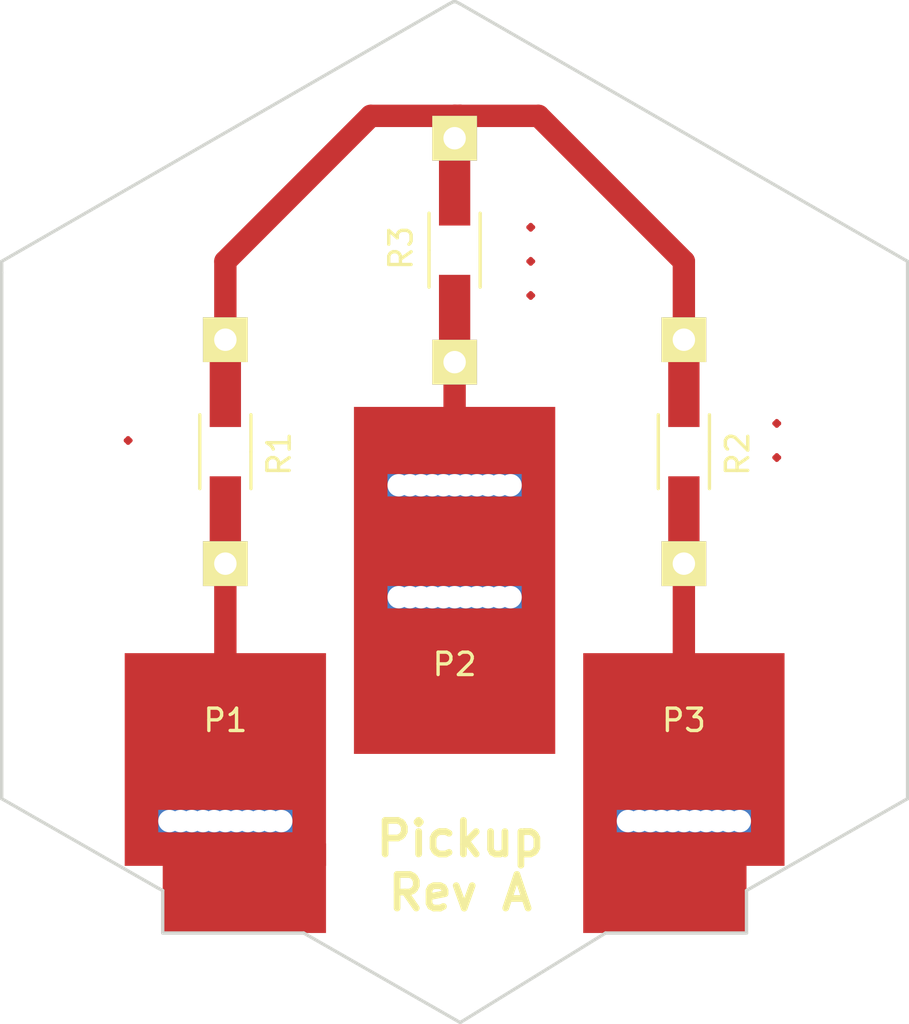
<source format=kicad_pcb>
(kicad_pcb (version 4) (host pcbnew 4.0.1-stable)

  (general
    (links 22)
    (no_connects 5)
    (area 87.424999 60.324999 128.075001 106.075001)
    (thickness 1.6)
    (drawings 22)
    (tracks 11)
    (zones 0)
    (modules 6)
    (nets 5)
  )

  (page A4)
  (title_block
    (title Pickup)
    (date 2016-12-13)
    (rev A)
    (company "Moonbeam Interactive")
    (comment 1 "Diego Alvarez")
    (comment 2 "Matthew Swarts")
  )

  (layers
    (0 F.Cu signal)
    (31 B.Cu signal)
    (32 B.Adhes user)
    (33 F.Adhes user)
    (34 B.Paste user)
    (35 F.Paste user)
    (36 B.SilkS user)
    (37 F.SilkS user)
    (38 B.Mask user)
    (39 F.Mask user)
    (40 Dwgs.User user)
    (41 Cmts.User user)
    (42 Eco1.User user)
    (43 Eco2.User user)
    (44 Edge.Cuts user)
    (45 Margin user)
    (46 B.CrtYd user)
    (47 F.CrtYd user)
    (48 B.Fab user)
    (49 F.Fab user)
  )

  (setup
    (last_trace_width 1)
    (trace_clearance 0.8)
    (zone_clearance 0.508)
    (zone_45_only yes)
    (trace_min 0.2)
    (segment_width 0.2)
    (edge_width 0.15)
    (via_size 0.6)
    (via_drill 0.4)
    (via_min_size 0.4)
    (via_min_drill 0.3)
    (uvia_size 0.3)
    (uvia_drill 0.1)
    (uvias_allowed no)
    (uvia_min_size 0.2)
    (uvia_min_drill 0.1)
    (pcb_text_width 0.3)
    (pcb_text_size 1.5 1.5)
    (mod_edge_width 0.15)
    (mod_text_size 1 1)
    (mod_text_width 0.15)
    (pad_size 6 1)
    (pad_drill 0)
    (pad_to_mask_clearance 0.2)
    (aux_axis_origin 0 0)
    (visible_elements 7FFFFFFF)
    (pcbplotparams
      (layerselection 0x01000_00000001)
      (usegerberextensions false)
      (excludeedgelayer true)
      (linewidth 0.100000)
      (plotframeref false)
      (viasonmask false)
      (mode 1)
      (useauxorigin false)
      (hpglpennumber 1)
      (hpglpenspeed 20)
      (hpglpendiameter 15)
      (hpglpenoverlay 2)
      (psnegative false)
      (psa4output false)
      (plotreference true)
      (plotvalue true)
      (plotinvisibletext false)
      (padsonsilk false)
      (subtractmaskfromsilk false)
      (outputformat 1)
      (mirror false)
      (drillshape 0)
      (scaleselection 1)
      (outputdirectory gerbers/))
  )

  (net 0 "")
  (net 1 "Net-(R1-Pad1)")
  (net 2 "Net-(P1-Pad1)")
  (net 3 "Net-(P2-Pad1)")
  (net 4 "Net-(P3-Pad1)")

  (net_class Default "This is the default net class."
    (clearance 0.8)
    (trace_width 1)
    (via_dia 0.6)
    (via_drill 0.4)
    (uvia_dia 0.3)
    (uvia_drill 0.1)
    (add_net "Net-(P1-Pad1)")
    (add_net "Net-(P2-Pad1)")
    (add_net "Net-(P3-Pad1)")
    (add_net "Net-(R1-Pad1)")
  )

  (net_class Pickup ""
    (clearance 0.8)
    (trace_width 1)
    (via_dia 0.6)
    (via_drill 0.4)
    (uvia_dia 0.3)
    (uvia_drill 0.1)
  )

  (module pickup_contact (layer F.Cu) (tedit 584978A9) (tstamp 584705A2)
    (at 107.75 87 180)
    (descr "Mesurement Point, Square, SMD Pad,  3mm x 3mm,")
    (tags "Mesurement Point Square SMD Pad 3x3mm")
    (path /5846F4B8)
    (attr virtual)
    (fp_text reference P2 (at 0 -3 180) (layer F.SilkS)
      (effects (font (size 1 1) (thickness 0.15)))
    )
    (fp_text value OUT (at 0 3 180) (layer F.Fab)
      (effects (font (size 1 1) (thickness 0.15)))
    )
    (fp_line (start -1.75 -1.75) (end 1.75 -1.75) (layer F.CrtYd) (width 0.05))
    (fp_line (start 1.75 -1.75) (end 1.75 1.75) (layer F.CrtYd) (width 0.05))
    (fp_line (start 1.75 1.75) (end -1.75 1.75) (layer F.CrtYd) (width 0.05))
    (fp_line (start -1.75 1.75) (end -1.75 -1.75) (layer F.CrtYd) (width 0.05))
    (pad "" thru_hole rect (at -2.5 5 180) (size 1 1) (drill 1) (layers *.Cu *.Mask))
    (pad "" thru_hole rect (at -2 5 180) (size 1 1) (drill 1) (layers *.Cu *.Mask))
    (pad "" thru_hole rect (at -1.5 5 180) (size 1 1) (drill 1) (layers *.Cu *.Mask))
    (pad "" thru_hole rect (at -1 5 180) (size 1 1) (drill 1) (layers *.Cu *.Mask))
    (pad "" thru_hole rect (at -0.5 5 180) (size 1 1) (drill 1) (layers *.Cu *.Mask))
    (pad "" thru_hole rect (at 0 5 180) (size 1 1) (drill 1) (layers *.Cu *.Mask))
    (pad "" thru_hole rect (at 0.5 5 180) (size 1 1) (drill 1) (layers *.Cu *.Mask))
    (pad "" thru_hole rect (at 1 5 180) (size 1 1) (drill 1) (layers *.Cu *.Mask))
    (pad "" thru_hole rect (at 1.5 5 180) (size 1 1) (drill 1) (layers *.Cu *.Mask))
    (pad "" thru_hole rect (at 2 5 180) (size 1 1) (drill 1) (layers *.Cu *.Mask))
    (pad "" thru_hole rect (at 2.5 5 180) (size 1 1) (drill 1) (layers *.Cu *.Mask))
    (pad "" thru_hole rect (at 2 0 180) (size 1 1) (drill 1) (layers *.Cu *.Mask))
    (pad "" thru_hole rect (at 1 0 180) (size 1 1) (drill 1) (layers *.Cu *.Mask))
    (pad "" thru_hole rect (at 0 0 180) (size 1 1) (drill 1) (layers *.Cu *.Mask))
    (pad "" thru_hole rect (at -1 0 180) (size 1 1) (drill 1) (layers *.Cu *.Mask))
    (pad "" thru_hole rect (at -2 0 180) (size 1 1) (drill 1) (layers *.Cu *.Mask))
    (pad "" thru_hole rect (at 2.5 0 180) (size 1 1) (drill 1) (layers *.Cu *.Mask))
    (pad "" thru_hole rect (at 1.5 0 180) (size 1 1) (drill 1) (layers *.Cu *.Mask))
    (pad "" thru_hole rect (at 0.5 0 180) (size 1 1) (drill 1) (layers *.Cu *.Mask))
    (pad "" thru_hole rect (at -0.5 0 180) (size 1 1) (drill 1) (layers *.Cu *.Mask))
    (pad "" thru_hole rect (at -1.5 0 180) (size 1 1) (drill 1) (layers *.Cu *.Mask))
    (pad 1 smd rect (at 0 7.25 180) (size 9 15.5) (drill (offset 0 -6.5)) (layers F.Cu F.Paste F.Mask)
      (net 3 "Net-(P2-Pad1)"))
    (pad "" thru_hole rect (at -2.5 0 180) (size 1 1) (drill 1) (layers *.Cu *.Mask))
  )

  (module pickup_contact_bottom_left (layer F.Cu) (tedit 584975B7) (tstamp 58470598)
    (at 97.5 95.5)
    (descr "Mesurement Point, Square, SMD Pad,  3mm x 3mm,")
    (tags "Mesurement Point Square SMD Pad 3x3mm")
    (path /5846F654)
    (attr smd)
    (fp_text reference P1 (at 0 -3) (layer F.SilkS)
      (effects (font (size 1 1) (thickness 0.15)))
    )
    (fp_text value VCC (at 0 2) (layer F.Fab)
      (effects (font (size 1 1) (thickness 0.15)))
    )
    (fp_line (start -1.75 -1.75) (end 1.75 -1.75) (layer F.CrtYd) (width 0.05))
    (fp_line (start 1.75 -1.75) (end 1.75 1.75) (layer F.CrtYd) (width 0.05))
    (fp_line (start 1.75 1.75) (end -1.75 1.75) (layer F.CrtYd) (width 0.05))
    (fp_line (start -1.75 1.75) (end -1.75 -1.75) (layer F.CrtYd) (width 0.05))
    (pad "" thru_hole rect (at 2.5 1.5) (size 1 1) (drill 1) (layers *.Cu *.Mask))
    (pad "" thru_hole rect (at 2 1.5) (size 1 1) (drill 1) (layers *.Cu *.Mask))
    (pad "" thru_hole rect (at 1.5 1.5) (size 1 1) (drill 1) (layers *.Cu *.Mask))
    (pad "" thru_hole rect (at 1 1.5) (size 1 1) (drill 1) (layers *.Cu *.Mask))
    (pad "" thru_hole rect (at 0.5 1.5) (size 1 1) (drill 1) (layers *.Cu *.Mask))
    (pad "" thru_hole rect (at 0 1.5) (size 1 1) (drill 1) (layers *.Cu *.Mask))
    (pad "" thru_hole rect (at -0.5 1.5) (size 1 1) (drill 1) (layers *.Cu *.Mask))
    (pad "" thru_hole rect (at -1 1.5) (size 1 1) (drill 1) (layers *.Cu *.Mask))
    (pad "" thru_hole rect (at -1.5 1.5) (size 1 1) (drill 1) (layers *.Cu *.Mask))
    (pad "" thru_hole rect (at -2 1.5) (size 1 1) (drill 1) (layers *.Cu *.Mask))
    (pad "" smd rect (at 0.85 4.5) (size 7.3 4) (layers F.Cu F.Paste F.Mask))
    (pad 1 smd rect (at 0 -4.25) (size 9 9.5) (drill (offset 0 3)) (layers F.Cu F.Paste F.Mask)
      (net 2 "Net-(P1-Pad1)"))
    (pad "" thru_hole rect (at -2.5 1.5) (size 1 1) (drill 1) (layers *.Cu *.Mask))
  )

  (module pickup_contact_bottom_right (layer F.Cu) (tedit 58497314) (tstamp 584705AD)
    (at 118 95.5)
    (descr "Mesurement Point, Square, SMD Pad,  3mm x 3mm,")
    (tags "Mesurement Point Square SMD Pad 3x3mm")
    (path /5846F621)
    (attr smd)
    (fp_text reference P3 (at 0 -3) (layer F.SilkS)
      (effects (font (size 1 1) (thickness 0.15)))
    )
    (fp_text value GND (at 0 2) (layer F.Fab)
      (effects (font (size 1 1) (thickness 0.15)))
    )
    (fp_line (start -1.75 -1.75) (end 1.75 -1.75) (layer F.CrtYd) (width 0.05))
    (fp_line (start 1.75 -1.75) (end 1.75 1.75) (layer F.CrtYd) (width 0.05))
    (fp_line (start 1.75 1.75) (end -1.75 1.75) (layer F.CrtYd) (width 0.05))
    (fp_line (start -1.75 1.75) (end -1.75 -1.75) (layer F.CrtYd) (width 0.05))
    (pad 1 thru_hole rect (at 2.5 1.5) (size 1 1) (drill 1) (layers *.Cu *.Mask)
      (net 4 "Net-(P3-Pad1)"))
    (pad 1 thru_hole rect (at 2 1.5) (size 1 1) (drill 1) (layers *.Cu *.Mask)
      (net 4 "Net-(P3-Pad1)"))
    (pad 1 thru_hole rect (at 1.5 1.5) (size 1 1) (drill 1) (layers *.Cu *.Mask)
      (net 4 "Net-(P3-Pad1)"))
    (pad 1 thru_hole rect (at 1 1.5) (size 1 1) (drill 1) (layers *.Cu *.Mask)
      (net 4 "Net-(P3-Pad1)"))
    (pad 1 thru_hole rect (at 0.5 1.5) (size 1 1) (drill 1) (layers *.Cu *.Mask)
      (net 4 "Net-(P3-Pad1)"))
    (pad 1 thru_hole rect (at 0 1.5) (size 1 1) (drill 1) (layers *.Cu *.Mask)
      (net 4 "Net-(P3-Pad1)"))
    (pad 1 thru_hole rect (at -0.5 1.5) (size 1 1) (drill 1) (layers *.Cu *.Mask)
      (net 4 "Net-(P3-Pad1)"))
    (pad 1 thru_hole rect (at -1 1.5) (size 1 1) (drill 1) (layers *.Cu *.Mask)
      (net 4 "Net-(P3-Pad1)"))
    (pad 1 thru_hole rect (at -1.5 1.5) (size 1 1) (drill 1) (layers *.Cu *.Mask)
      (net 4 "Net-(P3-Pad1)"))
    (pad 1 thru_hole rect (at -2 1.5) (size 1 1) (drill 1) (layers *.Cu *.Mask)
      (net 4 "Net-(P3-Pad1)"))
    (pad "" smd rect (at -0.85 4.5) (size 7.3 4) (layers F.Cu F.Paste F.Mask))
    (pad 1 smd rect (at 0 -4.25) (size 9 9.5) (drill (offset 0 3)) (layers F.Cu F.Paste F.Mask)
      (net 4 "Net-(P3-Pad1)"))
    (pad 1 thru_hole rect (at -2.5 1.5) (size 1 1) (drill 1) (layers *.Cu *.Mask)
      (net 4 "Net-(P3-Pad1)"))
  )

  (module Resistors_Universal:Resistor_SMD+THTuniversal_1206_RM10_HandSoldering (layer F.Cu) (tedit 0) (tstamp 584055F2)
    (at 107.75 71.5 90)
    (descr "Resistor, SMD+THT, universal, 1206, RM10, HandSoldering,")
    (tags "Resistor, SMD+THT, universal, 1206, RM10, Hand soldering,")
    (path /58405371)
    (fp_text reference R3 (at 0.09906 -2.4003 90) (layer F.SilkS)
      (effects (font (size 1 1) (thickness 0.15)))
    )
    (fp_text value R (at 2.70002 2.70002 90) (layer F.Fab)
      (effects (font (size 1 1) (thickness 0.15)))
    )
    (fp_line (start 1.651 1.143) (end -1.651 1.143) (layer F.SilkS) (width 0.15))
    (fp_line (start 0 -1.143) (end -1.651 -1.143) (layer F.SilkS) (width 0.15))
    (fp_line (start 0 -1.143) (end 1.651 -1.143) (layer F.SilkS) (width 0.15))
    (pad 1 smd rect (at -2.60096 0 90) (size 2.99974 1.39954) (layers F.Cu F.Paste F.Mask)
      (net 3 "Net-(P2-Pad1)"))
    (pad 2 smd rect (at 2.60096 0 90) (size 2.99974 1.39954) (layers F.Cu F.Paste F.Mask)
      (net 1 "Net-(R1-Pad1)"))
    (pad 1 thru_hole rect (at -5.00126 0 90) (size 1.99898 1.99898) (drill 1.00076) (layers *.Cu *.Mask F.SilkS)
      (net 3 "Net-(P2-Pad1)"))
    (pad 2 thru_hole rect (at 5.00126 0 90) (size 1.99898 1.99898) (drill 1.00076) (layers *.Cu *.Mask F.SilkS)
      (net 1 "Net-(R1-Pad1)"))
  )

  (module Resistors_Universal:Resistor_SMD+THTuniversal_1206_RM10_HandSoldering (layer F.Cu) (tedit 0) (tstamp 584055EC)
    (at 118 80.5 270)
    (descr "Resistor, SMD+THT, universal, 1206, RM10, HandSoldering,")
    (tags "Resistor, SMD+THT, universal, 1206, RM10, Hand soldering,")
    (path /5840376A)
    (fp_text reference R2 (at 0.09906 -2.4003 270) (layer F.SilkS)
      (effects (font (size 1 1) (thickness 0.15)))
    )
    (fp_text value R (at 2.70002 2.70002 270) (layer F.Fab)
      (effects (font (size 1 1) (thickness 0.15)))
    )
    (fp_line (start 1.651 1.143) (end -1.651 1.143) (layer F.SilkS) (width 0.15))
    (fp_line (start 0 -1.143) (end -1.651 -1.143) (layer F.SilkS) (width 0.15))
    (fp_line (start 0 -1.143) (end 1.651 -1.143) (layer F.SilkS) (width 0.15))
    (pad 1 smd rect (at -2.60096 0 270) (size 2.99974 1.39954) (layers F.Cu F.Paste F.Mask)
      (net 1 "Net-(R1-Pad1)"))
    (pad 2 smd rect (at 2.60096 0 270) (size 2.99974 1.39954) (layers F.Cu F.Paste F.Mask)
      (net 4 "Net-(P3-Pad1)"))
    (pad 1 thru_hole rect (at -5.00126 0 270) (size 1.99898 1.99898) (drill 1.00076) (layers *.Cu *.Mask F.SilkS)
      (net 1 "Net-(R1-Pad1)"))
    (pad 2 thru_hole rect (at 5.00126 0 270) (size 1.99898 1.99898) (drill 1.00076) (layers *.Cu *.Mask F.SilkS)
      (net 4 "Net-(P3-Pad1)"))
  )

  (module Resistors_Universal:Resistor_SMD+THTuniversal_1206_RM10_HandSoldering (layer F.Cu) (tedit 0) (tstamp 584055E6)
    (at 97.5 80.5 270)
    (descr "Resistor, SMD+THT, universal, 1206, RM10, HandSoldering,")
    (tags "Resistor, SMD+THT, universal, 1206, RM10, Hand soldering,")
    (path /58403702)
    (fp_text reference R1 (at 0.09906 -2.4003 270) (layer F.SilkS)
      (effects (font (size 1 1) (thickness 0.15)))
    )
    (fp_text value R (at 2.70002 2.70002 270) (layer F.Fab)
      (effects (font (size 1 1) (thickness 0.15)))
    )
    (fp_line (start 1.651 1.143) (end -1.651 1.143) (layer F.SilkS) (width 0.15))
    (fp_line (start 0 -1.143) (end -1.651 -1.143) (layer F.SilkS) (width 0.15))
    (fp_line (start 0 -1.143) (end 1.651 -1.143) (layer F.SilkS) (width 0.15))
    (pad 1 smd rect (at -2.60096 0 270) (size 2.99974 1.39954) (layers F.Cu F.Paste F.Mask)
      (net 1 "Net-(R1-Pad1)"))
    (pad 2 smd rect (at 2.60096 0 270) (size 2.99974 1.39954) (layers F.Cu F.Paste F.Mask)
      (net 2 "Net-(P1-Pad1)"))
    (pad 1 thru_hole rect (at -5.00126 0 270) (size 1.99898 1.99898) (drill 1.00076) (layers *.Cu *.Mask F.SilkS)
      (net 1 "Net-(R1-Pad1)"))
    (pad 2 thru_hole rect (at 5.00126 0 270) (size 1.99898 1.99898) (drill 1.00076) (layers *.Cu *.Mask F.SilkS)
      (net 2 "Net-(P1-Pad1)"))
  )

  (gr_text ·· (at 122 80 90) (layer F.Cu) (tstamp 58538E74)
    (effects (font (size 2 2) (thickness 0.2)))
  )
  (gr_text · (at 93 80 90) (layer F.Cu) (tstamp 58538E72)
    (effects (font (size 2 2) (thickness 0.2)))
  )
  (gr_text ··· (at 111 72 90) (layer F.Cu)
    (effects (font (size 2 2) (thickness 0.2)))
  )
  (gr_text "Pickup\nRev A" (at 108 99) (layer F.SilkS)
    (effects (font (size 1.5 1.5) (thickness 0.3)))
  )
  (gr_line (start 107.8 60.4) (end 108 60.5) (angle 90) (layer Edge.Cuts) (width 0.15))
  (gr_line (start 107.7 60.4) (end 107.8 60.4) (angle 90) (layer Edge.Cuts) (width 0.15))
  (gr_line (start 107.5 60.5) (end 107.7 60.4) (angle 90) (layer Edge.Cuts) (width 0.15))
  (gr_line (start 87.5 72) (end 87.5 72.5) (angle 90) (layer Edge.Cuts) (width 0.15))
  (gr_line (start 107.5 60.5) (end 87.5 72) (angle 90) (layer Edge.Cuts) (width 0.15))
  (gr_line (start 128 72) (end 108 60.5) (angle 90) (layer Edge.Cuts) (width 0.15))
  (gr_line (start 128 72.5) (end 128 72) (angle 90) (layer Edge.Cuts) (width 0.15))
  (gr_line (start 128 96) (end 120.8 100.1) (angle 90) (layer Edge.Cuts) (width 0.15))
  (gr_line (start 120.8 102) (end 114.5 102) (angle 90) (layer Edge.Cuts) (width 0.15))
  (gr_line (start 120.8 100.1) (end 120.8 102) (angle 90) (layer Edge.Cuts) (width 0.15))
  (gr_line (start 94.7 102) (end 101 102) (angle 90) (layer Edge.Cuts) (width 0.15))
  (gr_line (start 94.7 100.1) (end 94.7 102) (angle 90) (layer Edge.Cuts) (width 0.15))
  (gr_line (start 94.5 100) (end 94.7 100.1) (angle 90) (layer Edge.Cuts) (width 0.15))
  (gr_line (start 128 96) (end 128 72.5) (angle 90) (layer Edge.Cuts) (width 0.15))
  (gr_line (start 108 106) (end 114.5 102) (angle 90) (layer Edge.Cuts) (width 0.15))
  (gr_line (start 101 102) (end 108 106) (angle 90) (layer Edge.Cuts) (width 0.15))
  (gr_line (start 87.5 96) (end 94.5 100) (angle 90) (layer Edge.Cuts) (width 0.15))
  (gr_line (start 87.5 72.5) (end 87.5 96) (angle 90) (layer Edge.Cuts) (width 0.15))

  (segment (start 107.75 69.5) (end 107.75 65.5) (width 1) (layer F.Cu) (net 1))
  (segment (start 107.75 65.5) (end 108 65.5) (width 1) (layer F.Cu) (net 1) (tstamp 58497F3F))
  (segment (start 97.5 78.5) (end 97.5 72) (width 1) (layer F.Cu) (net 1))
  (segment (start 118 72) (end 111.5 65.5) (width 1) (layer F.Cu) (net 1) (tstamp 58497F38))
  (segment (start 111.5 65.5) (end 108 65.5) (width 1) (layer F.Cu) (net 1) (tstamp 58497F39))
  (segment (start 108 65.5) (end 104 65.5) (width 1) (layer F.Cu) (net 1) (tstamp 58497F42))
  (segment (start 118 72) (end 118 78.5) (width 1) (layer F.Cu) (net 1))
  (segment (start 97.5 72) (end 104 65.5) (width 1) (layer F.Cu) (net 1) (tstamp 58497F3C))
  (segment (start 97.5 82.5) (end 97.5 91.25) (width 1) (layer F.Cu) (net 2))
  (segment (start 107.75 73.5) (end 107.75 79.75) (width 1) (layer F.Cu) (net 3))
  (segment (start 118 82.5) (end 118 91.25) (width 1) (layer F.Cu) (net 4))

)

</source>
